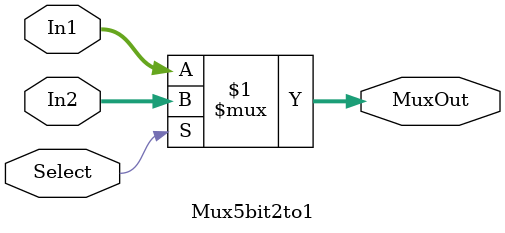
<source format=v>
`timescale 1ns/1ns
module Mux5bit2to1(input Select, input [4:0]In1,In2, output [4:0]MuxOut);
  assign MuxOut = Select ? In2 : In1; //input 0 goes first!
endmodule
</source>
